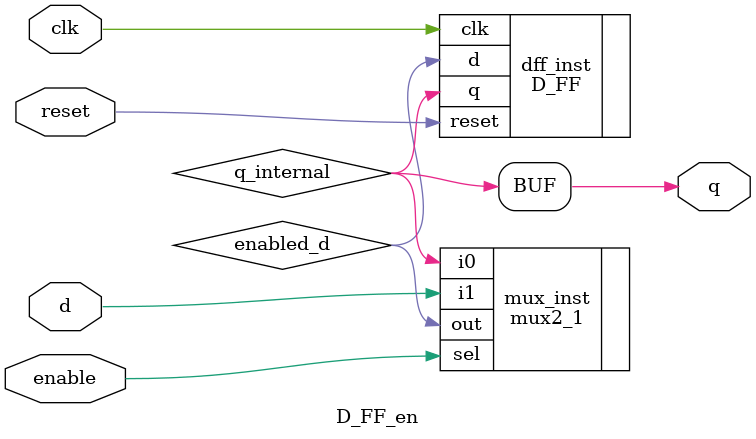
<source format=sv>
module D_FF_en (
    output logic q,
    input logic d,
    input logic reset,
    input logic clk,
    input logic enable
);
    logic enabled_d, q_internal;
    mux2_1 mux_inst (.out(enabled_d), .i0(q_internal), .i1(d), .sel(enable));
    D_FF dff_inst (.q(q_internal), .d(enabled_d), .reset(reset), .clk(clk));
    assign q = q_internal;
endmodule

</source>
